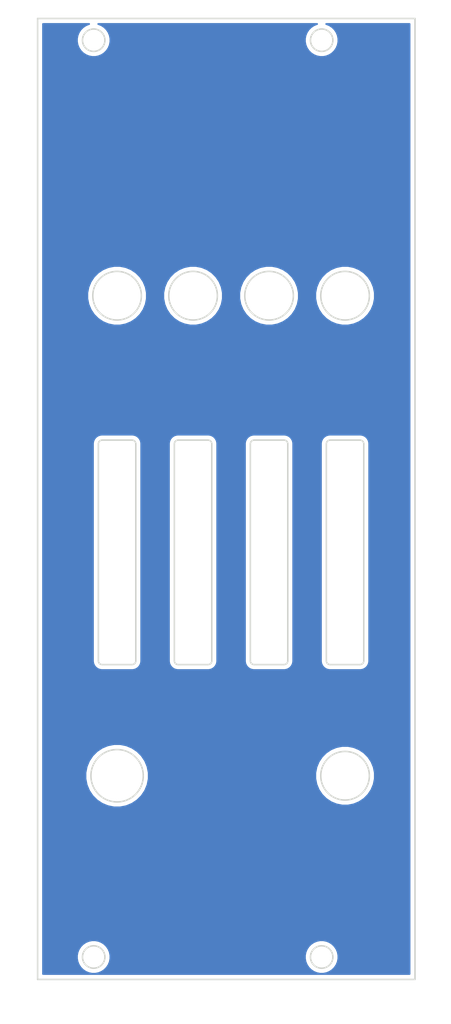
<source format=kicad_pcb>
(kicad_pcb (version 20171130) (host pcbnew 5.1.5-52549c5~86~ubuntu18.04.1)

  (general
    (thickness 1.6)
    (drawings 65)
    (tracks 0)
    (zones 0)
    (modules 0)
    (nets 1)
  )

  (page A4)
  (layers
    (0 F.Cu signal)
    (31 B.Cu signal)
    (32 B.Adhes user)
    (33 F.Adhes user)
    (34 B.Paste user)
    (35 F.Paste user)
    (36 B.SilkS user)
    (37 F.SilkS user)
    (38 B.Mask user)
    (39 F.Mask user)
    (40 Dwgs.User user)
    (41 Cmts.User user)
    (42 Eco1.User user)
    (43 Eco2.User user)
    (44 Edge.Cuts user)
    (45 Margin user)
    (46 B.CrtYd user)
    (47 F.CrtYd user)
    (48 B.Fab user)
    (49 F.Fab user)
  )

  (setup
    (last_trace_width 0.25)
    (trace_clearance 0.2)
    (zone_clearance 0.508)
    (zone_45_only no)
    (trace_min 0.2)
    (via_size 0.8)
    (via_drill 0.4)
    (via_min_size 0.4)
    (via_min_drill 0.3)
    (uvia_size 0.3)
    (uvia_drill 0.1)
    (uvias_allowed no)
    (uvia_min_size 0.2)
    (uvia_min_drill 0.1)
    (edge_width 0.05)
    (segment_width 0.2)
    (pcb_text_width 0.3)
    (pcb_text_size 1.5 1.5)
    (mod_edge_width 0.12)
    (mod_text_size 1 1)
    (mod_text_width 0.15)
    (pad_size 1.524 1.524)
    (pad_drill 0.762)
    (pad_to_mask_clearance 0.051)
    (solder_mask_min_width 0.25)
    (aux_axis_origin 0 0)
    (visible_elements FFFFFF7F)
    (pcbplotparams
      (layerselection 0x010fc_ffffffff)
      (usegerberextensions false)
      (usegerberattributes false)
      (usegerberadvancedattributes false)
      (creategerberjobfile false)
      (excludeedgelayer true)
      (linewidth 0.100000)
      (plotframeref false)
      (viasonmask false)
      (mode 1)
      (useauxorigin false)
      (hpglpennumber 1)
      (hpglpenspeed 20)
      (hpglpendiameter 15.000000)
      (psnegative false)
      (psa4output false)
      (plotreference true)
      (plotvalue true)
      (plotinvisibletext false)
      (padsonsilk false)
      (subtractmaskfromsilk false)
      (outputformat 1)
      (mirror false)
      (drillshape 1)
      (scaleselection 1)
      (outputdirectory ""))
  )

  (net 0 "")

  (net_class Default "This is the default net class."
    (clearance 0.2)
    (trace_width 0.25)
    (via_dia 0.8)
    (via_drill 0.4)
    (uvia_dia 0.3)
    (uvia_drill 0.1)
  )

  (gr_text "York Modular 2020" (at 102.8954 145.3134) (layer B.Paste)
    (effects (font (size 2 2) (thickness 0.5)) (justify mirror))
  )
  (gr_text OUT (at 117.7544 144.5006) (layer F.Mask) (tstamp 5E9590C5)
    (effects (font (size 3 2.5) (thickness 0.5)))
  )
  (gr_text Gain (at 87.1728 144.5006) (layer F.Mask) (tstamp 5E9590C2)
    (effects (font (size 3 2.5) (thickness 0.5)))
  )
  (gr_text Levels (at 102.489 125.73) (layer F.Mask) (tstamp 5E9590BF)
    (effects (font (size 3 2.5) (thickness 0.5)))
  )
  (gr_text 4 (at 117.8052 80.645) (layer F.Mask) (tstamp 5E959064)
    (effects (font (size 3 2.5) (thickness 0.5)))
  )
  (gr_text 3 (at 107.569 80.645) (layer F.Mask) (tstamp 5E959061)
    (effects (font (size 3 2.5) (thickness 0.5)))
  )
  (gr_text 2 (at 97.3074 80.645) (layer F.Mask) (tstamp 5E95905D)
    (effects (font (size 3 2.5) (thickness 0.5)))
  )
  (gr_text 1 (at 87.2236 80.645) (layer F.Mask) (tstamp 5E95907D)
    (effects (font (size 3 2.5) (thickness 0.5)))
  )
  (gr_text Inputs (at 102.7684 59.5884) (layer F.Mask) (tstamp 5E959051)
    (effects (font (size 3 2.5) (thickness 0.5)))
  )
  (gr_text MIX4 (at 100.8634 35.5854) (layer F.Mask) (tstamp 5E95902B)
    (effects (font (size 2 2) (thickness 0.5)))
  )
  (gr_text Levels (at 102.489 125.73) (layer F.Cu) (tstamp 5E958FEB)
    (effects (font (size 3 2.5) (thickness 0.5)))
  )
  (gr_text OUT (at 117.7798 144.5006) (layer F.Cu) (tstamp 5E958FE1)
    (effects (font (size 3 2.5) (thickness 0.5)))
  )
  (gr_text Gain (at 87.1728 144.5006) (layer F.Cu) (tstamp 5E958FD8)
    (effects (font (size 3 2.5) (thickness 0.5)))
  )
  (gr_text 4 (at 117.8052 80.645) (layer F.Cu) (tstamp 5E958FD4)
    (effects (font (size 3 2.5) (thickness 0.5)))
  )
  (gr_text 3 (at 107.569 80.645) (layer F.Cu) (tstamp 5E958FD1)
    (effects (font (size 3 2.5) (thickness 0.5)))
  )
  (gr_text 2 (at 97.3074 80.645) (layer F.Cu) (tstamp 5E958FCC)
    (effects (font (size 3 2.5) (thickness 0.5)))
  )
  (gr_text 1 (at 87.2236 80.645) (layer F.Cu) (tstamp 5E958FC8)
    (effects (font (size 3 2.5) (thickness 0.5)))
  )
  (gr_text Inputs (at 102.7684 59.5884) (layer F.Cu)
    (effects (font (size 3 2.5) (thickness 0.5)))
  )
  (gr_text MIX4 (at 100.8634 35.5854) (layer F.Cu)
    (effects (font (size 2 2) (thickness 0.5)))
  )
  (gr_circle (center 114.55795 35.521) (end 116.05795 35.521) (layer Edge.Cuts) (width 0.2))
  (gr_circle (center 84.07795 158.021) (end 85.57795 158.021) (layer Edge.Cuts) (width 0.2))
  (gr_circle (center 84.07795 35.521) (end 85.57795 35.521) (layer Edge.Cuts) (width 0.2))
  (gr_arc (start 119.68795 89.451) (end 120.18795 89.451) (angle -90) (layer Edge.Cuts) (width 0.2))
  (gr_line (start 120.18795 118.451) (end 120.18795 89.451) (layer Edge.Cuts) (width 0.2))
  (gr_arc (start 119.68795 118.451) (end 119.68795 118.951) (angle -90) (layer Edge.Cuts) (width 0.2))
  (gr_line (start 115.68795 118.951) (end 119.68795 118.951) (layer Edge.Cuts) (width 0.2))
  (gr_arc (start 99.36795 89.451) (end 99.86795 89.451) (angle -90) (layer Edge.Cuts) (width 0.2))
  (gr_line (start 99.86795 118.451) (end 99.86795 89.451) (layer Edge.Cuts) (width 0.2))
  (gr_arc (start 99.36795 118.451) (end 99.36795 118.951) (angle -90) (layer Edge.Cuts) (width 0.2))
  (gr_line (start 95.36795 118.951) (end 99.36795 118.951) (layer Edge.Cuts) (width 0.2))
  (gr_arc (start 109.52795 89.451) (end 110.02795 89.451) (angle -90) (layer Edge.Cuts) (width 0.2))
  (gr_line (start 110.02795 118.451) (end 110.02795 89.451) (layer Edge.Cuts) (width 0.2))
  (gr_arc (start 109.52795 118.451) (end 109.52795 118.951) (angle -90) (layer Edge.Cuts) (width 0.2))
  (gr_line (start 105.52795 118.951) (end 109.52795 118.951) (layer Edge.Cuts) (width 0.2))
  (gr_arc (start 115.68795 118.451) (end 115.18795 118.451) (angle -90) (layer Edge.Cuts) (width 0.2))
  (gr_line (start 105.02795 89.451) (end 105.02795 118.451) (layer Edge.Cuts) (width 0.2))
  (gr_arc (start 105.52795 89.451) (end 105.52795 88.951) (angle -90) (layer Edge.Cuts) (width 0.2))
  (gr_line (start 109.52795 88.951) (end 105.52795 88.951) (layer Edge.Cuts) (width 0.2))
  (gr_arc (start 89.20795 89.451) (end 89.70795 89.451) (angle -90) (layer Edge.Cuts) (width 0.2))
  (gr_line (start 89.70795 118.451) (end 89.70795 89.451) (layer Edge.Cuts) (width 0.2))
  (gr_arc (start 89.20795 118.451) (end 89.20795 118.951) (angle -90) (layer Edge.Cuts) (width 0.2))
  (gr_line (start 85.20795 118.951) (end 89.20795 118.951) (layer Edge.Cuts) (width 0.2))
  (gr_arc (start 85.20795 118.451) (end 84.70795 118.451) (angle -90) (layer Edge.Cuts) (width 0.2))
  (gr_circle (center 87.20795 133.801) (end 90.70795 133.801) (layer Edge.Cuts) (width 0.2))
  (gr_circle (center 117.68795 133.801) (end 120.93795 133.801) (layer Edge.Cuts) (width 0.2))
  (gr_circle (center 117.68795 69.661) (end 120.93795 69.661) (layer Edge.Cuts) (width 0.2))
  (gr_arc (start 95.36795 118.451) (end 94.86795 118.451) (angle -90) (layer Edge.Cuts) (width 0.2))
  (gr_line (start 84.70795 89.451) (end 84.70795 118.451) (layer Edge.Cuts) (width 0.2))
  (gr_arc (start 85.20795 89.451) (end 85.20795 88.951) (angle -90) (layer Edge.Cuts) (width 0.2))
  (gr_line (start 89.20795 88.951) (end 85.20795 88.951) (layer Edge.Cuts) (width 0.2))
  (gr_circle (center 107.52795 69.661) (end 110.77795 69.661) (layer Edge.Cuts) (width 0.2))
  (gr_circle (center 97.36795 69.661) (end 100.61795 69.661) (layer Edge.Cuts) (width 0.2))
  (gr_circle (center 87.20795 69.661) (end 90.45795 69.661) (layer Edge.Cuts) (width 0.2))
  (gr_circle (center 114.55795 158.021) (end 116.05795 158.021) (layer Edge.Cuts) (width 0.2))
  (gr_arc (start 105.52795 118.451) (end 105.02795 118.451) (angle -90) (layer Edge.Cuts) (width 0.2))
  (gr_line (start 94.86795 89.451) (end 94.86795 118.451) (layer Edge.Cuts) (width 0.2))
  (gr_arc (start 95.36795 89.451) (end 95.36795 88.951) (angle -90) (layer Edge.Cuts) (width 0.2))
  (gr_line (start 99.36795 88.951) (end 95.36795 88.951) (layer Edge.Cuts) (width 0.2))
  (gr_line (start 115.18795 89.451) (end 115.18795 118.451) (layer Edge.Cuts) (width 0.2))
  (gr_arc (start 115.68795 89.451) (end 115.68795 88.951) (angle -90) (layer Edge.Cuts) (width 0.2))
  (gr_line (start 119.68795 88.951) (end 115.68795 88.951) (layer Edge.Cuts) (width 0.2))
  (gr_line (start 127.03795 161.021) (end 76.57795 161.021) (layer Edge.Cuts) (width 0.2))
  (gr_line (start 127.03795 32.621) (end 127.03795 161.021) (layer Edge.Cuts) (width 0.2))
  (gr_line (start 76.57795 32.621) (end 127.03795 32.621) (layer Edge.Cuts) (width 0.2))
  (gr_line (start 76.57795 161.021) (end 76.57795 32.621) (layer Edge.Cuts) (width 0.2))

  (zone (net 0) (net_name "") (layer B.Cu) (tstamp 0) (hatch edge 0.508)
    (connect_pads (clearance 0.508))
    (min_thickness 0.254)
    (fill yes (arc_segments 32) (thermal_gap 0.508) (thermal_bridge_width 0.508))
    (polygon
      (pts
        (xy 130.4544 165.227) (xy 73.1266 166.9796) (xy 71.5518 31.0134) (xy 131.8514 30.1498)
      )
    )
    (filled_polygon
      (pts
        (xy 83.423358 33.3631) (xy 83.01495 33.532268) (xy 82.647393 33.777861) (xy 82.334811 34.090443) (xy 82.089218 34.458)
        (xy 81.92005 34.866408) (xy 81.833808 35.299971) (xy 81.833808 35.742029) (xy 81.92005 36.175592) (xy 82.089218 36.584)
        (xy 82.334811 36.951557) (xy 82.647393 37.264139) (xy 83.01495 37.509732) (xy 83.423358 37.6789) (xy 83.856921 37.765142)
        (xy 84.298979 37.765142) (xy 84.732542 37.6789) (xy 85.14095 37.509732) (xy 85.508507 37.264139) (xy 85.821089 36.951557)
        (xy 86.066682 36.584) (xy 86.23585 36.175592) (xy 86.322092 35.742029) (xy 86.322092 35.299971) (xy 86.23585 34.866408)
        (xy 86.066682 34.458) (xy 85.821089 34.090443) (xy 85.508507 33.777861) (xy 85.14095 33.532268) (xy 84.732542 33.3631)
        (xy 84.696848 33.356) (xy 113.939052 33.356) (xy 113.903358 33.3631) (xy 113.49495 33.532268) (xy 113.127393 33.777861)
        (xy 112.814811 34.090443) (xy 112.569218 34.458) (xy 112.40005 34.866408) (xy 112.313808 35.299971) (xy 112.313808 35.742029)
        (xy 112.40005 36.175592) (xy 112.569218 36.584) (xy 112.814811 36.951557) (xy 113.127393 37.264139) (xy 113.49495 37.509732)
        (xy 113.903358 37.6789) (xy 114.336921 37.765142) (xy 114.778979 37.765142) (xy 115.212542 37.6789) (xy 115.62095 37.509732)
        (xy 115.988507 37.264139) (xy 116.301089 36.951557) (xy 116.546682 36.584) (xy 116.71585 36.175592) (xy 116.802092 35.742029)
        (xy 116.802092 35.299971) (xy 116.71585 34.866408) (xy 116.546682 34.458) (xy 116.301089 34.090443) (xy 115.988507 33.777861)
        (xy 115.62095 33.532268) (xy 115.212542 33.3631) (xy 115.176848 33.356) (xy 126.30295 33.356) (xy 126.302951 160.286)
        (xy 77.31295 160.286) (xy 77.31295 157.799971) (xy 81.833808 157.799971) (xy 81.833808 158.242029) (xy 81.92005 158.675592)
        (xy 82.089218 159.084) (xy 82.334811 159.451557) (xy 82.647393 159.764139) (xy 83.01495 160.009732) (xy 83.423358 160.1789)
        (xy 83.856921 160.265142) (xy 84.298979 160.265142) (xy 84.732542 160.1789) (xy 85.14095 160.009732) (xy 85.508507 159.764139)
        (xy 85.821089 159.451557) (xy 86.066682 159.084) (xy 86.23585 158.675592) (xy 86.322092 158.242029) (xy 86.322092 157.799971)
        (xy 112.313808 157.799971) (xy 112.313808 158.242029) (xy 112.40005 158.675592) (xy 112.569218 159.084) (xy 112.814811 159.451557)
        (xy 113.127393 159.764139) (xy 113.49495 160.009732) (xy 113.903358 160.1789) (xy 114.336921 160.265142) (xy 114.778979 160.265142)
        (xy 115.212542 160.1789) (xy 115.62095 160.009732) (xy 115.988507 159.764139) (xy 116.301089 159.451557) (xy 116.546682 159.084)
        (xy 116.71585 158.675592) (xy 116.802092 158.242029) (xy 116.802092 157.799971) (xy 116.71585 157.366408) (xy 116.546682 156.958)
        (xy 116.301089 156.590443) (xy 115.988507 156.277861) (xy 115.62095 156.032268) (xy 115.212542 155.8631) (xy 114.778979 155.776858)
        (xy 114.336921 155.776858) (xy 113.903358 155.8631) (xy 113.49495 156.032268) (xy 113.127393 156.277861) (xy 112.814811 156.590443)
        (xy 112.569218 156.958) (xy 112.40005 157.366408) (xy 112.313808 157.799971) (xy 86.322092 157.799971) (xy 86.23585 157.366408)
        (xy 86.066682 156.958) (xy 85.821089 156.590443) (xy 85.508507 156.277861) (xy 85.14095 156.032268) (xy 84.732542 155.8631)
        (xy 84.298979 155.776858) (xy 83.856921 155.776858) (xy 83.423358 155.8631) (xy 83.01495 156.032268) (xy 82.647393 156.277861)
        (xy 82.334811 156.590443) (xy 82.089218 156.958) (xy 81.92005 157.366408) (xy 81.833808 157.799971) (xy 77.31295 157.799971)
        (xy 77.31295 133.383937) (xy 82.973439 133.383937) (xy 82.973439 134.218063) (xy 83.136169 135.036161) (xy 83.455375 135.806793)
        (xy 83.918791 136.500343) (xy 84.508607 137.090159) (xy 85.202157 137.553575) (xy 85.972789 137.872781) (xy 86.790887 138.035511)
        (xy 87.625013 138.035511) (xy 88.443111 137.872781) (xy 89.213743 137.553575) (xy 89.907293 137.090159) (xy 90.497109 136.500343)
        (xy 90.960525 135.806793) (xy 91.279731 135.036161) (xy 91.442461 134.218063) (xy 91.442461 133.408441) (xy 113.702235 133.408441)
        (xy 113.702235 134.193559) (xy 113.855404 134.96359) (xy 114.155855 135.688944) (xy 114.592043 136.341745) (xy 115.147205 136.896907)
        (xy 115.800006 137.333095) (xy 116.52536 137.633546) (xy 117.295391 137.786715) (xy 118.080509 137.786715) (xy 118.85054 137.633546)
        (xy 119.575894 137.333095) (xy 120.228695 136.896907) (xy 120.783857 136.341745) (xy 121.220045 135.688944) (xy 121.520496 134.96359)
        (xy 121.673665 134.193559) (xy 121.673665 133.408441) (xy 121.520496 132.63841) (xy 121.220045 131.913056) (xy 120.783857 131.260255)
        (xy 120.228695 130.705093) (xy 119.575894 130.268905) (xy 118.85054 129.968454) (xy 118.080509 129.815285) (xy 117.295391 129.815285)
        (xy 116.52536 129.968454) (xy 115.800006 130.268905) (xy 115.147205 130.705093) (xy 114.592043 131.260255) (xy 114.155855 131.913056)
        (xy 113.855404 132.63841) (xy 113.702235 133.408441) (xy 91.442461 133.408441) (xy 91.442461 133.383937) (xy 91.279731 132.565839)
        (xy 90.960525 131.795207) (xy 90.497109 131.101657) (xy 89.907293 130.511841) (xy 89.213743 130.048425) (xy 88.443111 129.729219)
        (xy 87.625013 129.566489) (xy 86.790887 129.566489) (xy 85.972789 129.729219) (xy 85.202157 130.048425) (xy 84.508607 130.511841)
        (xy 83.918791 131.101657) (xy 83.455375 131.795207) (xy 83.136169 132.565839) (xy 82.973439 133.383937) (xy 77.31295 133.383937)
        (xy 77.31295 89.414896) (xy 83.97295 89.414896) (xy 83.972951 118.487105) (xy 83.976008 118.518141) (xy 83.975987 118.521105)
        (xy 83.976988 118.531318) (xy 83.982036 118.579352) (xy 83.983586 118.595085) (xy 83.983745 118.59561) (xy 83.987188 118.628367)
        (xy 84.000588 118.693644) (xy 84.013066 118.759059) (xy 84.016032 118.768884) (xy 84.044888 118.862103) (xy 84.07073 118.923578)
        (xy 84.095661 118.985284) (xy 84.100478 118.994345) (xy 84.146891 119.080183) (xy 84.184146 119.135415) (xy 84.220619 119.191151)
        (xy 84.227105 119.199104) (xy 84.289307 119.274293) (xy 84.336591 119.321248) (xy 84.38318 119.368824) (xy 84.391087 119.375365)
        (xy 84.391092 119.37537) (xy 84.391098 119.375374) (xy 84.466708 119.437041) (xy 84.522206 119.473914) (xy 84.577169 119.511548)
        (xy 84.586196 119.516429) (xy 84.672357 119.562241) (xy 84.733963 119.587633) (xy 84.79517 119.613867) (xy 84.804974 119.616902)
        (xy 84.804978 119.616903) (xy 84.80498 119.616904) (xy 84.804982 119.616904) (xy 84.898392 119.645107) (xy 84.963785 119.658056)
        (xy 85.028907 119.671897) (xy 85.039098 119.672968) (xy 85.039106 119.67297) (xy 85.039113 119.67297) (xy 85.135639 119.682434)
        (xy 85.171845 119.686) (xy 89.244055 119.686) (xy 89.2751 119.682942) (xy 89.278055 119.682963) (xy 89.288268 119.681962)
        (xy 89.336151 119.676929) (xy 89.352035 119.675365) (xy 89.352565 119.675204) (xy 89.385317 119.671762) (xy 89.450594 119.658362)
        (xy 89.516009 119.645884) (xy 89.525834 119.642918) (xy 89.619053 119.614062) (xy 89.680528 119.58822) (xy 89.742234 119.563289)
        (xy 89.751295 119.558472) (xy 89.837133 119.512059) (xy 89.892365 119.474804) (xy 89.948101 119.438331) (xy 89.956054 119.431845)
        (xy 90.031243 119.369643) (xy 90.078198 119.322359) (xy 90.125774 119.27577) (xy 90.132315 119.267863) (xy 90.13232 119.267858)
        (xy 90.132324 119.267852) (xy 90.193991 119.192242) (xy 90.230864 119.136744) (xy 90.268498 119.081781) (xy 90.273379 119.072754)
        (xy 90.319191 118.986593) (xy 90.344583 118.924987) (xy 90.370817 118.86378) (xy 90.373852 118.853976) (xy 90.402057 118.760558)
        (xy 90.415006 118.695165) (xy 90.428847 118.630043) (xy 90.429918 118.619852) (xy 90.42992 118.619844) (xy 90.42992 118.619837)
        (xy 90.439442 118.52272) (xy 90.44295 118.487105) (xy 90.44295 89.414896) (xy 94.13295 89.414896) (xy 94.132951 118.487105)
        (xy 94.136008 118.518141) (xy 94.135987 118.521105) (xy 94.136988 118.531318) (xy 94.142036 118.579352) (xy 94.143586 118.595085)
        (xy 94.143745 118.59561) (xy 94.147188 118.628367) (xy 94.160588 118.693644) (xy 94.173066 118.759059) (xy 94.176032 118.768884)
        (xy 94.204888 118.862103) (xy 94.23073 118.923578) (xy 94.255661 118.985284) (xy 94.260478 118.994345) (xy 94.306891 119.080183)
        (xy 94.344146 119.135415) (xy 94.380619 119.191151) (xy 94.387105 119.199104) (xy 94.449307 119.274293) (xy 94.496591 119.321248)
        (xy 94.54318 119.368824) (xy 94.551087 119.375365) (xy 94.551092 119.37537) (xy 94.551098 119.375374) (xy 94.626708 119.437041)
        (xy 94.682206 119.473914) (xy 94.737169 119.511548) (xy 94.746196 119.516429) (xy 94.832357 119.562241) (xy 94.893963 119.587633)
        (xy 94.95517 119.613867) (xy 94.964974 119.616902) (xy 94.964978 119.616903) (xy 94.96498 119.616904) (xy 94.964982 119.616904)
        (xy 95.058392 119.645107) (xy 95.123785 119.658056) (xy 95.188907 119.671897) (xy 95.199098 119.672968) (xy 95.199106 119.67297)
        (xy 95.199113 119.67297) (xy 95.295639 119.682434) (xy 95.331845 119.686) (xy 99.404055 119.686) (xy 99.4351 119.682942)
        (xy 99.438055 119.682963) (xy 99.448268 119.681962) (xy 99.496151 119.676929) (xy 99.512035 119.675365) (xy 99.512565 119.675204)
        (xy 99.545317 119.671762) (xy 99.610594 119.658362) (xy 99.676009 119.645884) (xy 99.685834 119.642918) (xy 99.779053 119.614062)
        (xy 99.840528 119.58822) (xy 99.902234 119.563289) (xy 99.911295 119.558472) (xy 99.997133 119.512059) (xy 100.052365 119.474804)
        (xy 100.108101 119.438331) (xy 100.116054 119.431845) (xy 100.191243 119.369643) (xy 100.238198 119.322359) (xy 100.285774 119.27577)
        (xy 100.292315 119.267863) (xy 100.29232 119.267858) (xy 100.292324 119.267852) (xy 100.353991 119.192242) (xy 100.390864 119.136744)
        (xy 100.428498 119.081781) (xy 100.433379 119.072754) (xy 100.479191 118.986593) (xy 100.504583 118.924987) (xy 100.530817 118.86378)
        (xy 100.533852 118.853976) (xy 100.562057 118.760558) (xy 100.575006 118.695165) (xy 100.588847 118.630043) (xy 100.589918 118.619852)
        (xy 100.58992 118.619844) (xy 100.58992 118.619837) (xy 100.599442 118.52272) (xy 100.60295 118.487105) (xy 100.60295 89.414896)
        (xy 104.29295 89.414896) (xy 104.292951 118.487105) (xy 104.296008 118.518141) (xy 104.295987 118.521105) (xy 104.296988 118.531318)
        (xy 104.302036 118.579352) (xy 104.303586 118.595085) (xy 104.303745 118.59561) (xy 104.307188 118.628367) (xy 104.320588 118.693644)
        (xy 104.333066 118.759059) (xy 104.336032 118.768884) (xy 104.364888 118.862103) (xy 104.39073 118.923578) (xy 104.415661 118.985284)
        (xy 104.420478 118.994345) (xy 104.466891 119.080183) (xy 104.504146 119.135415) (xy 104.540619 119.191151) (xy 104.547105 119.199104)
        (xy 104.609307 119.274293) (xy 104.656591 119.321248) (xy 104.70318 119.368824) (xy 104.711087 119.375365) (xy 104.711092 119.37537)
        (xy 104.711098 119.375374) (xy 104.786708 119.437041) (xy 104.842206 119.473914) (xy 104.897169 119.511548) (xy 104.906196 119.516429)
        (xy 104.992357 119.562241) (xy 105.053963 119.587633) (xy 105.11517 119.613867) (xy 105.124974 119.616902) (xy 105.124978 119.616903)
        (xy 105.12498 119.616904) (xy 105.124982 119.616904) (xy 105.218392 119.645107) (xy 105.283785 119.658056) (xy 105.348907 119.671897)
        (xy 105.359098 119.672968) (xy 105.359106 119.67297) (xy 105.359113 119.67297) (xy 105.455639 119.682434) (xy 105.491845 119.686)
        (xy 109.564055 119.686) (xy 109.5951 119.682942) (xy 109.598055 119.682963) (xy 109.608268 119.681962) (xy 109.656151 119.676929)
        (xy 109.672035 119.675365) (xy 109.672565 119.675204) (xy 109.705317 119.671762) (xy 109.770594 119.658362) (xy 109.836009 119.645884)
        (xy 109.845834 119.642918) (xy 109.939053 119.614062) (xy 110.000528 119.58822) (xy 110.062234 119.563289) (xy 110.071295 119.558472)
        (xy 110.157133 119.512059) (xy 110.212365 119.474804) (xy 110.268101 119.438331) (xy 110.276054 119.431845) (xy 110.351243 119.369643)
        (xy 110.398198 119.322359) (xy 110.445774 119.27577) (xy 110.452315 119.267863) (xy 110.45232 119.267858) (xy 110.452324 119.267852)
        (xy 110.513991 119.192242) (xy 110.550864 119.136744) (xy 110.588498 119.081781) (xy 110.593379 119.072754) (xy 110.639191 118.986593)
        (xy 110.664583 118.924987) (xy 110.690817 118.86378) (xy 110.693852 118.853976) (xy 110.722057 118.760558) (xy 110.735006 118.695165)
        (xy 110.748847 118.630043) (xy 110.749918 118.619852) (xy 110.74992 118.619844) (xy 110.74992 118.619837) (xy 110.759442 118.52272)
        (xy 110.76295 118.487105) (xy 110.76295 89.414896) (xy 114.45295 89.414896) (xy 114.452951 118.487105) (xy 114.456008 118.518141)
        (xy 114.455987 118.521105) (xy 114.456988 118.531318) (xy 114.462036 118.579352) (xy 114.463586 118.595085) (xy 114.463745 118.59561)
        (xy 114.467188 118.628367) (xy 114.480588 118.693644) (xy 114.493066 118.759059) (xy 114.496032 118.768884) (xy 114.524888 118.862103)
        (xy 114.55073 118.923578) (xy 114.575661 118.985284) (xy 114.580478 118.994345) (xy 114.626891 119.080183) (xy 114.664146 119.135415)
        (xy 114.700619 119.191151) (xy 114.707105 119.199104) (xy 114.769307 119.274293) (xy 114.816591 119.321248) (xy 114.86318 119.368824)
        (xy 114.871087 119.375365) (xy 114.871092 119.37537) (xy 114.871098 119.375374) (xy 114.946708 119.437041) (xy 115.002206 119.473914)
        (xy 115.057169 119.511548) (xy 115.066196 119.516429) (xy 115.152357 119.562241) (xy 115.213963 119.587633) (xy 115.27517 119.613867)
        (xy 115.284974 119.616902) (xy 115.284978 119.616903) (xy 115.28498 119.616904) (xy 115.284982 119.616904) (xy 115.378392 119.645107)
        (xy 115.443785 119.658056) (xy 115.508907 119.671897) (xy 115.519098 119.672968) (xy 115.519106 119.67297) (xy 115.519113 119.67297)
        (xy 115.615639 119.682434) (xy 115.651845 119.686) (xy 119.724055 119.686) (xy 119.7551 119.682942) (xy 119.758055 119.682963)
        (xy 119.768268 119.681962) (xy 119.816151 119.676929) (xy 119.832035 119.675365) (xy 119.832565 119.675204) (xy 119.865317 119.671762)
        (xy 119.930594 119.658362) (xy 119.996009 119.645884) (xy 120.005834 119.642918) (xy 120.099053 119.614062) (xy 120.160528 119.58822)
        (xy 120.222234 119.563289) (xy 120.231295 119.558472) (xy 120.317133 119.512059) (xy 120.372365 119.474804) (xy 120.428101 119.438331)
        (xy 120.436054 119.431845) (xy 120.511243 119.369643) (xy 120.558198 119.322359) (xy 120.605774 119.27577) (xy 120.612315 119.267863)
        (xy 120.61232 119.267858) (xy 120.612324 119.267852) (xy 120.673991 119.192242) (xy 120.710864 119.136744) (xy 120.748498 119.081781)
        (xy 120.753379 119.072754) (xy 120.799191 118.986593) (xy 120.824583 118.924987) (xy 120.850817 118.86378) (xy 120.853852 118.853976)
        (xy 120.882057 118.760558) (xy 120.895006 118.695165) (xy 120.908847 118.630043) (xy 120.909918 118.619852) (xy 120.90992 118.619844)
        (xy 120.90992 118.619837) (xy 120.919442 118.52272) (xy 120.92295 118.487105) (xy 120.92295 89.414895) (xy 120.919892 89.38385)
        (xy 120.919913 89.380895) (xy 120.918912 89.370682) (xy 120.91388 89.322807) (xy 120.912315 89.306915) (xy 120.912154 89.306385)
        (xy 120.908712 89.273634) (xy 120.895314 89.208364) (xy 120.882834 89.142941) (xy 120.879868 89.133116) (xy 120.851012 89.039897)
        (xy 120.825175 88.978434) (xy 120.800239 88.916716) (xy 120.795422 88.907655) (xy 120.749009 88.821817) (xy 120.711739 88.766562)
        (xy 120.675281 88.710849) (xy 120.668795 88.702896) (xy 120.606593 88.627707) (xy 120.559309 88.580752) (xy 120.51272 88.533176)
        (xy 120.504813 88.526634) (xy 120.429192 88.464959) (xy 120.373671 88.42807) (xy 120.318731 88.390452) (xy 120.30972 88.38558)
        (xy 120.309713 88.385575) (xy 120.309706 88.385572) (xy 120.309704 88.385571) (xy 120.223543 88.339759) (xy 120.161937 88.314367)
        (xy 120.10073 88.288133) (xy 120.090926 88.285098) (xy 120.090922 88.285097) (xy 120.09092 88.285096) (xy 120.090918 88.285096)
        (xy 119.997508 88.256893) (xy 119.932122 88.243946) (xy 119.866994 88.230103) (xy 119.856801 88.229031) (xy 119.856794 88.22903)
        (xy 119.856788 88.22903) (xy 119.76026 88.219566) (xy 119.724055 88.216) (xy 115.651845 88.216) (xy 115.6208 88.219058)
        (xy 115.617845 88.219037) (xy 115.607632 88.220038) (xy 115.559757 88.22507) (xy 115.543865 88.226635) (xy 115.543335 88.226796)
        (xy 115.510584 88.230238) (xy 115.445314 88.243636) (xy 115.379891 88.256116) (xy 115.370066 88.259082) (xy 115.276847 88.287938)
        (xy 115.215384 88.313775) (xy 115.153666 88.338711) (xy 115.144605 88.343528) (xy 115.058767 88.389941) (xy 115.003512 88.427211)
        (xy 114.947799 88.463669) (xy 114.939846 88.470155) (xy 114.864657 88.532357) (xy 114.817702 88.579641) (xy 114.770126 88.62623)
        (xy 114.763584 88.634137) (xy 114.701909 88.709758) (xy 114.66502 88.765279) (xy 114.627402 88.820219) (xy 114.62253 88.82923)
        (xy 114.622525 88.829237) (xy 114.622522 88.829244) (xy 114.622521 88.829246) (xy 114.576709 88.915407) (xy 114.551317 88.977013)
        (xy 114.525083 89.03822) (xy 114.522048 89.048024) (xy 114.493843 89.141442) (xy 114.480896 89.206828) (xy 114.467053 89.271956)
        (xy 114.465981 89.282149) (xy 114.46598 89.282156) (xy 114.46598 89.282162) (xy 114.456494 89.378912) (xy 114.45295 89.414896)
        (xy 110.76295 89.414896) (xy 110.76295 89.414895) (xy 110.759892 89.38385) (xy 110.759913 89.380895) (xy 110.758912 89.370682)
        (xy 110.75388 89.322807) (xy 110.752315 89.306915) (xy 110.752154 89.306385) (xy 110.748712 89.273634) (xy 110.735314 89.208364)
        (xy 110.722834 89.142941) (xy 110.719868 89.133116) (xy 110.691012 89.039897) (xy 110.665175 88.978434) (xy 110.640239 88.916716)
        (xy 110.635422 88.907655) (xy 110.589009 88.821817) (xy 110.551739 88.766562) (xy 110.515281 88.710849) (xy 110.508795 88.702896)
        (xy 110.446593 88.627707) (xy 110.399309 88.580752) (xy 110.35272 88.533176) (xy 110.344813 88.526634) (xy 110.269192 88.464959)
        (xy 110.213671 88.42807) (xy 110.158731 88.390452) (xy 110.14972 88.38558) (xy 110.149713 88.385575) (xy 110.149706 88.385572)
        (xy 110.149704 88.385571) (xy 110.063543 88.339759) (xy 110.001937 88.314367) (xy 109.94073 88.288133) (xy 109.930926 88.285098)
        (xy 109.930922 88.285097) (xy 109.93092 88.285096) (xy 109.930918 88.285096) (xy 109.837508 88.256893) (xy 109.772122 88.243946)
        (xy 109.706994 88.230103) (xy 109.696801 88.229031) (xy 109.696794 88.22903) (xy 109.696788 88.22903) (xy 109.60026 88.219566)
        (xy 109.564055 88.216) (xy 105.491845 88.216) (xy 105.4608 88.219058) (xy 105.457845 88.219037) (xy 105.447632 88.220038)
        (xy 105.399757 88.22507) (xy 105.383865 88.226635) (xy 105.383335 88.226796) (xy 105.350584 88.230238) (xy 105.285314 88.243636)
        (xy 105.219891 88.256116) (xy 105.210066 88.259082) (xy 105.116847 88.287938) (xy 105.055384 88.313775) (xy 104.993666 88.338711)
        (xy 104.984605 88.343528) (xy 104.898767 88.389941) (xy 104.843512 88.427211) (xy 104.787799 88.463669) (xy 104.779846 88.470155)
        (xy 104.704657 88.532357) (xy 104.657702 88.579641) (xy 104.610126 88.62623) (xy 104.603584 88.634137) (xy 104.541909 88.709758)
        (xy 104.50502 88.765279) (xy 104.467402 88.820219) (xy 104.46253 88.82923) (xy 104.462525 88.829237) (xy 104.462522 88.829244)
        (xy 104.462521 88.829246) (xy 104.416709 88.915407) (xy 104.391317 88.977013) (xy 104.365083 89.03822) (xy 104.362048 89.048024)
        (xy 104.333843 89.141442) (xy 104.320896 89.206828) (xy 104.307053 89.271956) (xy 104.305981 89.282149) (xy 104.30598 89.282156)
        (xy 104.30598 89.282162) (xy 104.296494 89.378912) (xy 104.29295 89.414896) (xy 100.60295 89.414896) (xy 100.60295 89.414895)
        (xy 100.599892 89.38385) (xy 100.599913 89.380895) (xy 100.598912 89.370682) (xy 100.59388 89.322807) (xy 100.592315 89.306915)
        (xy 100.592154 89.306385) (xy 100.588712 89.273634) (xy 100.575314 89.208364) (xy 100.562834 89.142941) (xy 100.559868 89.133116)
        (xy 100.531012 89.039897) (xy 100.505175 88.978434) (xy 100.480239 88.916716) (xy 100.475422 88.907655) (xy 100.429009 88.821817)
        (xy 100.391739 88.766562) (xy 100.355281 88.710849) (xy 100.348795 88.702896) (xy 100.286593 88.627707) (xy 100.239309 88.580752)
        (xy 100.19272 88.533176) (xy 100.184813 88.526634) (xy 100.109192 88.464959) (xy 100.053671 88.42807) (xy 99.998731 88.390452)
        (xy 99.98972 88.38558) (xy 99.989713 88.385575) (xy 99.989706 88.385572) (xy 99.989704 88.385571) (xy 99.903543 88.339759)
        (xy 99.841937 88.314367) (xy 99.78073 88.288133) (xy 99.770926 88.285098) (xy 99.770922 88.285097) (xy 99.77092 88.285096)
        (xy 99.770918 88.285096) (xy 99.677508 88.256893) (xy 99.612122 88.243946) (xy 99.546994 88.230103) (xy 99.536801 88.229031)
        (xy 99.536794 88.22903) (xy 99.536788 88.22903) (xy 99.44026 88.219566) (xy 99.404055 88.216) (xy 95.331845 88.216)
        (xy 95.3008 88.219058) (xy 95.297845 88.219037) (xy 95.287632 88.220038) (xy 95.239757 88.22507) (xy 95.223865 88.226635)
        (xy 95.223335 88.226796) (xy 95.190584 88.230238) (xy 95.125314 88.243636) (xy 95.059891 88.256116) (xy 95.050066 88.259082)
        (xy 94.956847 88.287938) (xy 94.895384 88.313775) (xy 94.833666 88.338711) (xy 94.824605 88.343528) (xy 94.738767 88.389941)
        (xy 94.683512 88.427211) (xy 94.627799 88.463669) (xy 94.619846 88.470155) (xy 94.544657 88.532357) (xy 94.497702 88.579641)
        (xy 94.450126 88.62623) (xy 94.443584 88.634137) (xy 94.381909 88.709758) (xy 94.34502 88.765279) (xy 94.307402 88.820219)
        (xy 94.30253 88.82923) (xy 94.302525 88.829237) (xy 94.302522 88.829244) (xy 94.302521 88.829246) (xy 94.256709 88.915407)
        (xy 94.231317 88.977013) (xy 94.205083 89.03822) (xy 94.202048 89.048024) (xy 94.173843 89.141442) (xy 94.160896 89.206828)
        (xy 94.147053 89.271956) (xy 94.145981 89.282149) (xy 94.14598 89.282156) (xy 94.14598 89.282162) (xy 94.136494 89.378912)
        (xy 94.13295 89.414896) (xy 90.44295 89.414896) (xy 90.44295 89.414895) (xy 90.439892 89.38385) (xy 90.439913 89.380895)
        (xy 90.438912 89.370682) (xy 90.43388 89.322807) (xy 90.432315 89.306915) (xy 90.432154 89.306385) (xy 90.428712 89.273634)
        (xy 90.415314 89.208364) (xy 90.402834 89.142941) (xy 90.399868 89.133116) (xy 90.371012 89.039897) (xy 90.345175 88.978434)
        (xy 90.320239 88.916716) (xy 90.315422 88.907655) (xy 90.269009 88.821817) (xy 90.231739 88.766562) (xy 90.195281 88.710849)
        (xy 90.188795 88.702896) (xy 90.126593 88.627707) (xy 90.079309 88.580752) (xy 90.03272 88.533176) (xy 90.024813 88.526634)
        (xy 89.949192 88.464959) (xy 89.893671 88.42807) (xy 89.838731 88.390452) (xy 89.82972 88.38558) (xy 89.829713 88.385575)
        (xy 89.829706 88.385572) (xy 89.829704 88.385571) (xy 89.743543 88.339759) (xy 89.681937 88.314367) (xy 89.62073 88.288133)
        (xy 89.610926 88.285098) (xy 89.610922 88.285097) (xy 89.61092 88.285096) (xy 89.610918 88.285096) (xy 89.517508 88.256893)
        (xy 89.452122 88.243946) (xy 89.386994 88.230103) (xy 89.376801 88.229031) (xy 89.376794 88.22903) (xy 89.376788 88.22903)
        (xy 89.28026 88.219566) (xy 89.244055 88.216) (xy 85.171845 88.216) (xy 85.1408 88.219058) (xy 85.137845 88.219037)
        (xy 85.127632 88.220038) (xy 85.079757 88.22507) (xy 85.063865 88.226635) (xy 85.063335 88.226796) (xy 85.030584 88.230238)
        (xy 84.965314 88.243636) (xy 84.899891 88.256116) (xy 84.890066 88.259082) (xy 84.796847 88.287938) (xy 84.735384 88.313775)
        (xy 84.673666 88.338711) (xy 84.664605 88.343528) (xy 84.578767 88.389941) (xy 84.523512 88.427211) (xy 84.467799 88.463669)
        (xy 84.459846 88.470155) (xy 84.384657 88.532357) (xy 84.337702 88.579641) (xy 84.290126 88.62623) (xy 84.283584 88.634137)
        (xy 84.221909 88.709758) (xy 84.18502 88.765279) (xy 84.147402 88.820219) (xy 84.14253 88.82923) (xy 84.142525 88.829237)
        (xy 84.142522 88.829244) (xy 84.142521 88.829246) (xy 84.096709 88.915407) (xy 84.071317 88.977013) (xy 84.045083 89.03822)
        (xy 84.042048 89.048024) (xy 84.013843 89.141442) (xy 84.000896 89.206828) (xy 83.987053 89.271956) (xy 83.985981 89.282149)
        (xy 83.98598 89.282156) (xy 83.98598 89.282162) (xy 83.976494 89.378912) (xy 83.97295 89.414896) (xy 77.31295 89.414896)
        (xy 77.31295 69.268441) (xy 83.222235 69.268441) (xy 83.222235 70.053559) (xy 83.375404 70.82359) (xy 83.675855 71.548944)
        (xy 84.112043 72.201745) (xy 84.667205 72.756907) (xy 85.320006 73.193095) (xy 86.04536 73.493546) (xy 86.815391 73.646715)
        (xy 87.600509 73.646715) (xy 88.37054 73.493546) (xy 89.095894 73.193095) (xy 89.748695 72.756907) (xy 90.303857 72.201745)
        (xy 90.740045 71.548944) (xy 91.040496 70.82359) (xy 91.193665 70.053559) (xy 91.193665 69.268441) (xy 93.382235 69.268441)
        (xy 93.382235 70.053559) (xy 93.535404 70.82359) (xy 93.835855 71.548944) (xy 94.272043 72.201745) (xy 94.827205 72.756907)
        (xy 95.480006 73.193095) (xy 96.20536 73.493546) (xy 96.975391 73.646715) (xy 97.760509 73.646715) (xy 98.53054 73.493546)
        (xy 99.255894 73.193095) (xy 99.908695 72.756907) (xy 100.463857 72.201745) (xy 100.900045 71.548944) (xy 101.200496 70.82359)
        (xy 101.353665 70.053559) (xy 101.353665 69.268441) (xy 103.542235 69.268441) (xy 103.542235 70.053559) (xy 103.695404 70.82359)
        (xy 103.995855 71.548944) (xy 104.432043 72.201745) (xy 104.987205 72.756907) (xy 105.640006 73.193095) (xy 106.36536 73.493546)
        (xy 107.135391 73.646715) (xy 107.920509 73.646715) (xy 108.69054 73.493546) (xy 109.415894 73.193095) (xy 110.068695 72.756907)
        (xy 110.623857 72.201745) (xy 111.060045 71.548944) (xy 111.360496 70.82359) (xy 111.513665 70.053559) (xy 111.513665 69.268441)
        (xy 113.702235 69.268441) (xy 113.702235 70.053559) (xy 113.855404 70.82359) (xy 114.155855 71.548944) (xy 114.592043 72.201745)
        (xy 115.147205 72.756907) (xy 115.800006 73.193095) (xy 116.52536 73.493546) (xy 117.295391 73.646715) (xy 118.080509 73.646715)
        (xy 118.85054 73.493546) (xy 119.575894 73.193095) (xy 120.228695 72.756907) (xy 120.783857 72.201745) (xy 121.220045 71.548944)
        (xy 121.520496 70.82359) (xy 121.673665 70.053559) (xy 121.673665 69.268441) (xy 121.520496 68.49841) (xy 121.220045 67.773056)
        (xy 120.783857 67.120255) (xy 120.228695 66.565093) (xy 119.575894 66.128905) (xy 118.85054 65.828454) (xy 118.080509 65.675285)
        (xy 117.295391 65.675285) (xy 116.52536 65.828454) (xy 115.800006 66.128905) (xy 115.147205 66.565093) (xy 114.592043 67.120255)
        (xy 114.155855 67.773056) (xy 113.855404 68.49841) (xy 113.702235 69.268441) (xy 111.513665 69.268441) (xy 111.360496 68.49841)
        (xy 111.060045 67.773056) (xy 110.623857 67.120255) (xy 110.068695 66.565093) (xy 109.415894 66.128905) (xy 108.69054 65.828454)
        (xy 107.920509 65.675285) (xy 107.135391 65.675285) (xy 106.36536 65.828454) (xy 105.640006 66.128905) (xy 104.987205 66.565093)
        (xy 104.432043 67.120255) (xy 103.995855 67.773056) (xy 103.695404 68.49841) (xy 103.542235 69.268441) (xy 101.353665 69.268441)
        (xy 101.200496 68.49841) (xy 100.900045 67.773056) (xy 100.463857 67.120255) (xy 99.908695 66.565093) (xy 99.255894 66.128905)
        (xy 98.53054 65.828454) (xy 97.760509 65.675285) (xy 96.975391 65.675285) (xy 96.20536 65.828454) (xy 95.480006 66.128905)
        (xy 94.827205 66.565093) (xy 94.272043 67.120255) (xy 93.835855 67.773056) (xy 93.535404 68.49841) (xy 93.382235 69.268441)
        (xy 91.193665 69.268441) (xy 91.040496 68.49841) (xy 90.740045 67.773056) (xy 90.303857 67.120255) (xy 89.748695 66.565093)
        (xy 89.095894 66.128905) (xy 88.37054 65.828454) (xy 87.600509 65.675285) (xy 86.815391 65.675285) (xy 86.04536 65.828454)
        (xy 85.320006 66.128905) (xy 84.667205 66.565093) (xy 84.112043 67.120255) (xy 83.675855 67.773056) (xy 83.375404 68.49841)
        (xy 83.222235 69.268441) (xy 77.31295 69.268441) (xy 77.31295 33.356) (xy 83.459052 33.356)
      )
    )
  )
)

</source>
